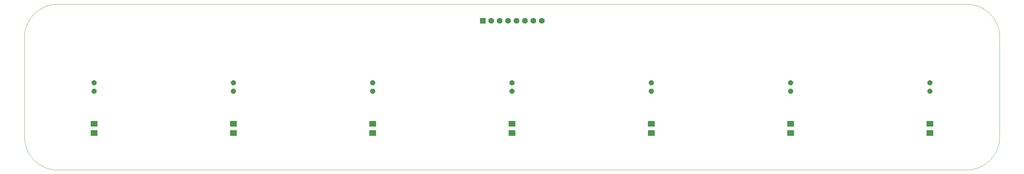
<source format=gbs>
G04 EAGLE Gerber RS-274X export*
G75*
%MOMM*%
%FSLAX34Y34*%
%LPD*%
%INSolder Mask bottom*%
%IPPOS*%
%AMOC8*
5,1,8,0,0,1.08239X$1,22.5*%
G01*
%ADD10C,0.000000*%
%ADD11C,1.733200*%
%ADD12R,1.733200X1.733200*%
%ADD13P,1.649562X8X292.500000*%
%ADD14R,2.006200X1.803200*%


D10*
X100000Y0D02*
X2840000Y0D01*
X2842416Y29D01*
X2844831Y117D01*
X2847243Y263D01*
X2849651Y467D01*
X2852054Y729D01*
X2854449Y1049D01*
X2856836Y1427D01*
X2859213Y1863D01*
X2861578Y2356D01*
X2863932Y2906D01*
X2866271Y3512D01*
X2868595Y4175D01*
X2870902Y4894D01*
X2873191Y5669D01*
X2875460Y6498D01*
X2877709Y7383D01*
X2879936Y8321D01*
X2882140Y9313D01*
X2884319Y10357D01*
X2886472Y11454D01*
X2888598Y12603D01*
X2890696Y13803D01*
X2892764Y15053D01*
X2894801Y16353D01*
X2896806Y17702D01*
X2898779Y19098D01*
X2900716Y20542D01*
X2902619Y22033D01*
X2904484Y23568D01*
X2906312Y25149D01*
X2908102Y26773D01*
X2909851Y28440D01*
X2911560Y30149D01*
X2913227Y31898D01*
X2914851Y33688D01*
X2916432Y35516D01*
X2917967Y37381D01*
X2919458Y39284D01*
X2920902Y41221D01*
X2922298Y43194D01*
X2923647Y45199D01*
X2924947Y47236D01*
X2926197Y49304D01*
X2927397Y51402D01*
X2928546Y53528D01*
X2929643Y55681D01*
X2930687Y57860D01*
X2931679Y60064D01*
X2932617Y62291D01*
X2933502Y64540D01*
X2934331Y66809D01*
X2935106Y69098D01*
X2935825Y71405D01*
X2936488Y73729D01*
X2937094Y76068D01*
X2937644Y78422D01*
X2938137Y80787D01*
X2938573Y83164D01*
X2938951Y85551D01*
X2939271Y87946D01*
X2939533Y90349D01*
X2939737Y92757D01*
X2939883Y95169D01*
X2939971Y97584D01*
X2940000Y100000D01*
X2940000Y400000D01*
X2939971Y402416D01*
X2939883Y404831D01*
X2939737Y407243D01*
X2939533Y409651D01*
X2939271Y412054D01*
X2938951Y414449D01*
X2938573Y416836D01*
X2938137Y419213D01*
X2937644Y421578D01*
X2937094Y423932D01*
X2936488Y426271D01*
X2935825Y428595D01*
X2935106Y430902D01*
X2934331Y433191D01*
X2933502Y435460D01*
X2932617Y437709D01*
X2931679Y439936D01*
X2930687Y442140D01*
X2929643Y444319D01*
X2928546Y446472D01*
X2927397Y448598D01*
X2926197Y450696D01*
X2924947Y452764D01*
X2923647Y454801D01*
X2922298Y456806D01*
X2920902Y458779D01*
X2919458Y460716D01*
X2917967Y462619D01*
X2916432Y464484D01*
X2914851Y466312D01*
X2913227Y468102D01*
X2911560Y469851D01*
X2909851Y471560D01*
X2908102Y473227D01*
X2906312Y474851D01*
X2904484Y476432D01*
X2902619Y477967D01*
X2900716Y479458D01*
X2898779Y480902D01*
X2896806Y482298D01*
X2894801Y483647D01*
X2892764Y484947D01*
X2890696Y486197D01*
X2888598Y487397D01*
X2886472Y488546D01*
X2884319Y489643D01*
X2882140Y490687D01*
X2879936Y491679D01*
X2877709Y492617D01*
X2875460Y493502D01*
X2873191Y494331D01*
X2870902Y495106D01*
X2868595Y495825D01*
X2866271Y496488D01*
X2863932Y497094D01*
X2861578Y497644D01*
X2859213Y498137D01*
X2856836Y498573D01*
X2854449Y498951D01*
X2852054Y499271D01*
X2849651Y499533D01*
X2847243Y499737D01*
X2844831Y499883D01*
X2842416Y499971D01*
X2840000Y500000D01*
X100000Y500000D01*
X97584Y499971D01*
X95169Y499883D01*
X92757Y499737D01*
X90349Y499533D01*
X87946Y499271D01*
X85551Y498951D01*
X83164Y498573D01*
X80787Y498137D01*
X78422Y497644D01*
X76068Y497094D01*
X73729Y496488D01*
X71405Y495825D01*
X69098Y495106D01*
X66809Y494331D01*
X64540Y493502D01*
X62291Y492617D01*
X60064Y491679D01*
X57860Y490687D01*
X55681Y489643D01*
X53528Y488546D01*
X51402Y487397D01*
X49304Y486197D01*
X47236Y484947D01*
X45199Y483647D01*
X43194Y482298D01*
X41221Y480902D01*
X39284Y479458D01*
X37381Y477967D01*
X35516Y476432D01*
X33688Y474851D01*
X31898Y473227D01*
X30149Y471560D01*
X28440Y469851D01*
X26773Y468102D01*
X25149Y466312D01*
X23568Y464484D01*
X22033Y462619D01*
X20542Y460716D01*
X19098Y458779D01*
X17702Y456806D01*
X16353Y454801D01*
X15053Y452764D01*
X13803Y450696D01*
X12603Y448598D01*
X11454Y446472D01*
X10357Y444319D01*
X9313Y442140D01*
X8321Y439936D01*
X7383Y437709D01*
X6498Y435460D01*
X5669Y433191D01*
X4894Y430902D01*
X4175Y428595D01*
X3512Y426271D01*
X2906Y423932D01*
X2356Y421578D01*
X1863Y419213D01*
X1427Y416836D01*
X1049Y414449D01*
X729Y412054D01*
X467Y409651D01*
X263Y407243D01*
X117Y404831D01*
X29Y402416D01*
X0Y400000D01*
X0Y100000D01*
X29Y97584D01*
X117Y95169D01*
X263Y92757D01*
X467Y90349D01*
X729Y87946D01*
X1049Y85551D01*
X1427Y83164D01*
X1863Y80787D01*
X2356Y78422D01*
X2906Y76068D01*
X3512Y73729D01*
X4175Y71405D01*
X4894Y69098D01*
X5669Y66809D01*
X6498Y64540D01*
X7383Y62291D01*
X8321Y60064D01*
X9313Y57860D01*
X10357Y55681D01*
X11454Y53528D01*
X12603Y51402D01*
X13803Y49304D01*
X15053Y47236D01*
X16353Y45199D01*
X17702Y43194D01*
X19098Y41221D01*
X20542Y39284D01*
X22033Y37381D01*
X23568Y35516D01*
X25149Y33688D01*
X26773Y31898D01*
X28440Y30149D01*
X30149Y28440D01*
X31898Y26773D01*
X33688Y25149D01*
X35516Y23568D01*
X37381Y22033D01*
X39284Y20542D01*
X41221Y19098D01*
X43194Y17702D01*
X45199Y16353D01*
X47236Y15053D01*
X49304Y13803D01*
X51402Y12603D01*
X53528Y11454D01*
X55681Y10357D01*
X57860Y9313D01*
X60064Y8321D01*
X62291Y7383D01*
X64540Y6498D01*
X66809Y5669D01*
X69098Y4894D01*
X71405Y4175D01*
X73729Y3512D01*
X76068Y2906D01*
X78422Y2356D01*
X80787Y1863D01*
X83164Y1427D01*
X85551Y1049D01*
X87946Y729D01*
X90349Y467D01*
X92757Y263D01*
X95169Y117D01*
X97584Y29D01*
X100000Y0D01*
D11*
X1432300Y450000D03*
X1457700Y450000D03*
X1483100Y450000D03*
X1508500Y450000D03*
X1406900Y450000D03*
D12*
X1381500Y450000D03*
D11*
X1533900Y450000D03*
X1559300Y450000D03*
D13*
X210000Y262700D03*
X210000Y237300D03*
X630000Y262700D03*
X630000Y237300D03*
X1050000Y262700D03*
X1050000Y237300D03*
X1470000Y262700D03*
X1470000Y237300D03*
X1890000Y262700D03*
X1890000Y237300D03*
X2310000Y262700D03*
X2310000Y237300D03*
X2730000Y262700D03*
X2730000Y237300D03*
D14*
X210000Y139220D03*
X210000Y110780D03*
X630000Y139220D03*
X630000Y110780D03*
X1050000Y139220D03*
X1050000Y110780D03*
X1470000Y139220D03*
X1470000Y110780D03*
X1890000Y139220D03*
X1890000Y110780D03*
X2310000Y139220D03*
X2310000Y110780D03*
X2730000Y139220D03*
X2730000Y110780D03*
M02*

</source>
